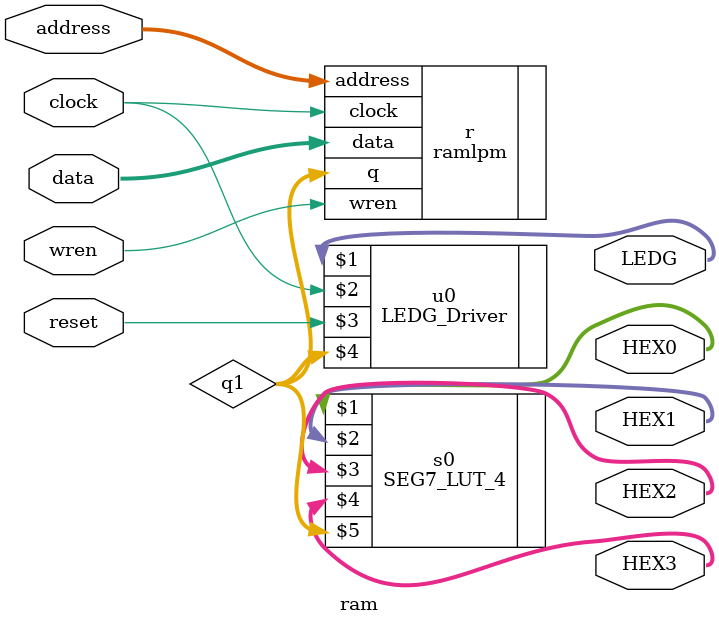
<source format=v>
module ram(
  address,
  clock,
  data,
  wren,
  LEDG,
  HEX0,
  HEX1,
  HEX2,
  HEX3,
  reset);
input [4:0] address;
input clock;
input [7:0] data;
input wren;
input reset;
output [7:0] LEDG;
wire [7:0] q1;
output [6:0] HEX0;
output [6:0] HEX1;
output [6:0] HEX2;
output [6:0] HEX3;

ramlpm r(.address(address),.clock(clock),.data(data),.wren(wren),.q(q1));
SEG7_LUT_4  s0(HEX0,HEX1,HEX2,HEX3,q1 );
LEDG_Driver u0(LEDG,clock,reset,q1);
endmodule
</source>
